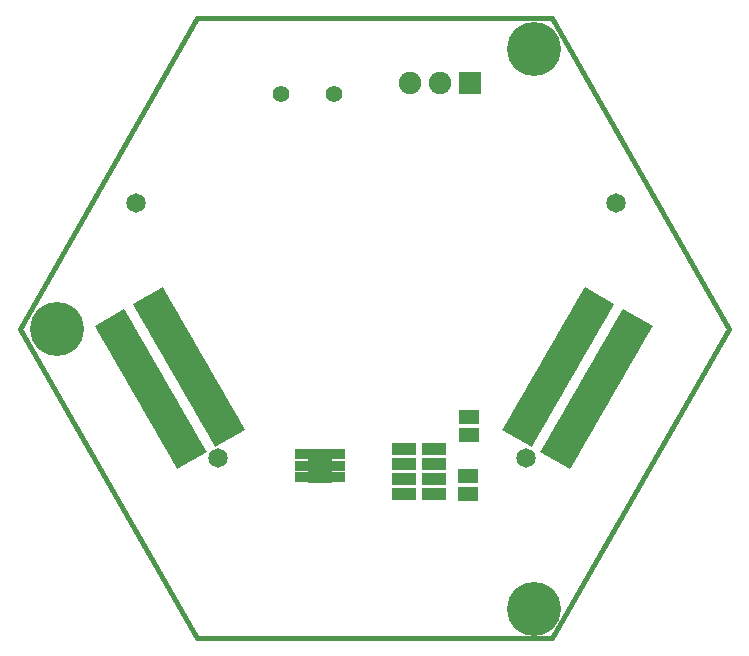
<source format=gbs>
G04 (created by PCBNEW-RS274X (2010-03-14)-final) date Fri 27 Jul 2012 10:12:24 MSK*
G01*
G70*
G90*
%MOIN*%
G04 Gerber Fmt 3.4, Leading zero omitted, Abs format*
%FSLAX34Y34*%
G04 APERTURE LIST*
%ADD10C,0.001000*%
%ADD11C,0.015000*%
%ADD12R,0.065000X0.045000*%
%ADD13R,0.075000X0.075000*%
%ADD14C,0.075000*%
%ADD15C,0.180000*%
%ADD16R,0.079000X0.039600*%
%ADD17R,0.051400X0.035700*%
%ADD18R,0.079000X0.114400*%
%ADD19C,0.065000*%
%ADD20C,0.055400*%
G04 APERTURE END LIST*
G54D10*
G54D11*
X45400Y-39699D02*
X51305Y-29331D01*
X51305Y-50000D02*
X45400Y-39699D01*
X63116Y-50000D02*
X51305Y-50000D01*
X69022Y-39699D02*
X63116Y-50000D01*
X63116Y-29331D02*
X69022Y-39699D01*
X51305Y-29331D02*
X63116Y-29331D01*
G54D12*
X60315Y-44582D03*
X60315Y-45182D03*
X60354Y-43213D03*
X60354Y-42613D03*
G54D13*
X60409Y-31496D03*
G54D14*
X59409Y-31496D03*
X58409Y-31496D03*
G54D15*
X62520Y-30354D03*
X46614Y-39685D03*
X62520Y-49016D03*
G54D10*
G36*
X64221Y-38305D02*
X65212Y-38877D01*
X64963Y-39309D01*
X63972Y-38737D01*
X64221Y-38305D01*
X64221Y-38305D01*
G37*
G36*
X65491Y-39038D02*
X66482Y-39610D01*
X66233Y-40042D01*
X65242Y-39470D01*
X65491Y-39038D01*
X65491Y-39038D01*
G37*
G36*
X63971Y-38738D02*
X64962Y-39310D01*
X64713Y-39742D01*
X63722Y-39170D01*
X63971Y-38738D01*
X63971Y-38738D01*
G37*
G36*
X65241Y-39471D02*
X66232Y-40043D01*
X65983Y-40475D01*
X64992Y-39903D01*
X65241Y-39471D01*
X65241Y-39471D01*
G37*
G36*
X63721Y-39171D02*
X64712Y-39743D01*
X64463Y-40175D01*
X63472Y-39603D01*
X63721Y-39171D01*
X63721Y-39171D01*
G37*
G36*
X64991Y-39904D02*
X65982Y-40476D01*
X65733Y-40908D01*
X64742Y-40336D01*
X64991Y-39904D01*
X64991Y-39904D01*
G37*
G36*
X63471Y-39604D02*
X64462Y-40176D01*
X64213Y-40608D01*
X63222Y-40036D01*
X63471Y-39604D01*
X63471Y-39604D01*
G37*
G36*
X64741Y-40337D02*
X65732Y-40909D01*
X65483Y-41341D01*
X64492Y-40769D01*
X64741Y-40337D01*
X64741Y-40337D01*
G37*
G36*
X63221Y-40037D02*
X64212Y-40609D01*
X63963Y-41041D01*
X62972Y-40469D01*
X63221Y-40037D01*
X63221Y-40037D01*
G37*
G36*
X64491Y-40770D02*
X65482Y-41342D01*
X65233Y-41774D01*
X64242Y-41202D01*
X64491Y-40770D01*
X64491Y-40770D01*
G37*
G36*
X62971Y-40470D02*
X63962Y-41042D01*
X63713Y-41474D01*
X62722Y-40902D01*
X62971Y-40470D01*
X62971Y-40470D01*
G37*
G36*
X64241Y-41204D02*
X65232Y-41776D01*
X64983Y-42208D01*
X63992Y-41636D01*
X64241Y-41204D01*
X64241Y-41204D01*
G37*
G36*
X62721Y-40904D02*
X63712Y-41476D01*
X63463Y-41908D01*
X62472Y-41336D01*
X62721Y-40904D01*
X62721Y-40904D01*
G37*
G36*
X63991Y-41637D02*
X64982Y-42209D01*
X64733Y-42641D01*
X63742Y-42069D01*
X63991Y-41637D01*
X63991Y-41637D01*
G37*
G36*
X62471Y-41337D02*
X63462Y-41909D01*
X63213Y-42341D01*
X62222Y-41769D01*
X62471Y-41337D01*
X62471Y-41337D01*
G37*
G36*
X63741Y-42070D02*
X64732Y-42642D01*
X64483Y-43074D01*
X63492Y-42502D01*
X63741Y-42070D01*
X63741Y-42070D01*
G37*
G36*
X62221Y-41770D02*
X63212Y-42342D01*
X62963Y-42774D01*
X61972Y-42202D01*
X62221Y-41770D01*
X62221Y-41770D01*
G37*
G36*
X63491Y-42503D02*
X64482Y-43075D01*
X64233Y-43507D01*
X63242Y-42935D01*
X63491Y-42503D01*
X63491Y-42503D01*
G37*
G36*
X61971Y-42203D02*
X62962Y-42775D01*
X62713Y-43207D01*
X61722Y-42635D01*
X61971Y-42203D01*
X61971Y-42203D01*
G37*
G36*
X63241Y-42936D02*
X64232Y-43508D01*
X63983Y-43940D01*
X62992Y-43368D01*
X63241Y-42936D01*
X63241Y-42936D01*
G37*
G36*
X61721Y-42636D02*
X62712Y-43208D01*
X62463Y-43640D01*
X61472Y-43068D01*
X61721Y-42636D01*
X61721Y-42636D01*
G37*
G36*
X62991Y-43369D02*
X63982Y-43941D01*
X63733Y-44373D01*
X62742Y-43801D01*
X62991Y-43369D01*
X62991Y-43369D01*
G37*
G36*
X47889Y-39610D02*
X48880Y-39038D01*
X49129Y-39470D01*
X48138Y-40042D01*
X47889Y-39610D01*
X47889Y-39610D01*
G37*
G36*
X49159Y-38877D02*
X50150Y-38305D01*
X50399Y-38737D01*
X49408Y-39309D01*
X49159Y-38877D01*
X49159Y-38877D01*
G37*
G36*
X48139Y-40043D02*
X49130Y-39471D01*
X49379Y-39903D01*
X48388Y-40475D01*
X48139Y-40043D01*
X48139Y-40043D01*
G37*
G36*
X49409Y-39310D02*
X50400Y-38738D01*
X50649Y-39170D01*
X49658Y-39742D01*
X49409Y-39310D01*
X49409Y-39310D01*
G37*
G36*
X48389Y-40476D02*
X49380Y-39904D01*
X49629Y-40336D01*
X48638Y-40908D01*
X48389Y-40476D01*
X48389Y-40476D01*
G37*
G36*
X49659Y-39743D02*
X50650Y-39171D01*
X50899Y-39603D01*
X49908Y-40175D01*
X49659Y-39743D01*
X49659Y-39743D01*
G37*
G36*
X48639Y-40909D02*
X49630Y-40337D01*
X49879Y-40769D01*
X48888Y-41341D01*
X48639Y-40909D01*
X48639Y-40909D01*
G37*
G36*
X49909Y-40176D02*
X50900Y-39604D01*
X51149Y-40036D01*
X50158Y-40608D01*
X49909Y-40176D01*
X49909Y-40176D01*
G37*
G36*
X48889Y-41342D02*
X49880Y-40770D01*
X50129Y-41202D01*
X49138Y-41774D01*
X48889Y-41342D01*
X48889Y-41342D01*
G37*
G36*
X50159Y-40609D02*
X51150Y-40037D01*
X51399Y-40469D01*
X50408Y-41041D01*
X50159Y-40609D01*
X50159Y-40609D01*
G37*
G36*
X49139Y-41776D02*
X50130Y-41204D01*
X50379Y-41636D01*
X49388Y-42208D01*
X49139Y-41776D01*
X49139Y-41776D01*
G37*
G36*
X50409Y-41042D02*
X51400Y-40470D01*
X51649Y-40902D01*
X50658Y-41474D01*
X50409Y-41042D01*
X50409Y-41042D01*
G37*
G36*
X49389Y-42209D02*
X50380Y-41637D01*
X50629Y-42069D01*
X49638Y-42641D01*
X49389Y-42209D01*
X49389Y-42209D01*
G37*
G36*
X50659Y-41476D02*
X51650Y-40904D01*
X51899Y-41336D01*
X50908Y-41908D01*
X50659Y-41476D01*
X50659Y-41476D01*
G37*
G36*
X49639Y-42642D02*
X50630Y-42070D01*
X50879Y-42502D01*
X49888Y-43074D01*
X49639Y-42642D01*
X49639Y-42642D01*
G37*
G36*
X50909Y-41909D02*
X51900Y-41337D01*
X52149Y-41769D01*
X51158Y-42341D01*
X50909Y-41909D01*
X50909Y-41909D01*
G37*
G36*
X49889Y-43075D02*
X50880Y-42503D01*
X51129Y-42935D01*
X50138Y-43507D01*
X49889Y-43075D01*
X49889Y-43075D01*
G37*
G36*
X51159Y-42342D02*
X52150Y-41770D01*
X52399Y-42202D01*
X51408Y-42774D01*
X51159Y-42342D01*
X51159Y-42342D01*
G37*
G36*
X50139Y-43508D02*
X51130Y-42936D01*
X51379Y-43368D01*
X50388Y-43940D01*
X50139Y-43508D01*
X50139Y-43508D01*
G37*
G36*
X51409Y-42775D02*
X52400Y-42203D01*
X52649Y-42635D01*
X51658Y-43207D01*
X51409Y-42775D01*
X51409Y-42775D01*
G37*
G36*
X50389Y-43941D02*
X51380Y-43369D01*
X51629Y-43801D01*
X50638Y-44373D01*
X50389Y-43941D01*
X50389Y-43941D01*
G37*
G36*
X51659Y-43208D02*
X52650Y-42636D01*
X52899Y-43068D01*
X51908Y-43640D01*
X51659Y-43208D01*
X51659Y-43208D01*
G37*
G54D16*
X58213Y-45187D03*
X58213Y-44695D03*
X58213Y-44203D03*
X58213Y-43711D03*
X59189Y-43711D03*
X59189Y-44203D03*
X59189Y-44695D03*
X59189Y-45187D03*
G54D17*
X55984Y-43859D03*
X55984Y-44252D03*
X55984Y-44645D03*
X54804Y-44645D03*
X54804Y-44252D03*
X54804Y-43859D03*
G54D18*
X55394Y-44252D03*
G54D19*
X62250Y-44000D03*
X52000Y-44000D03*
X49250Y-35500D03*
X65250Y-35500D03*
G54D20*
X55855Y-31875D03*
X54102Y-31875D03*
M02*

</source>
